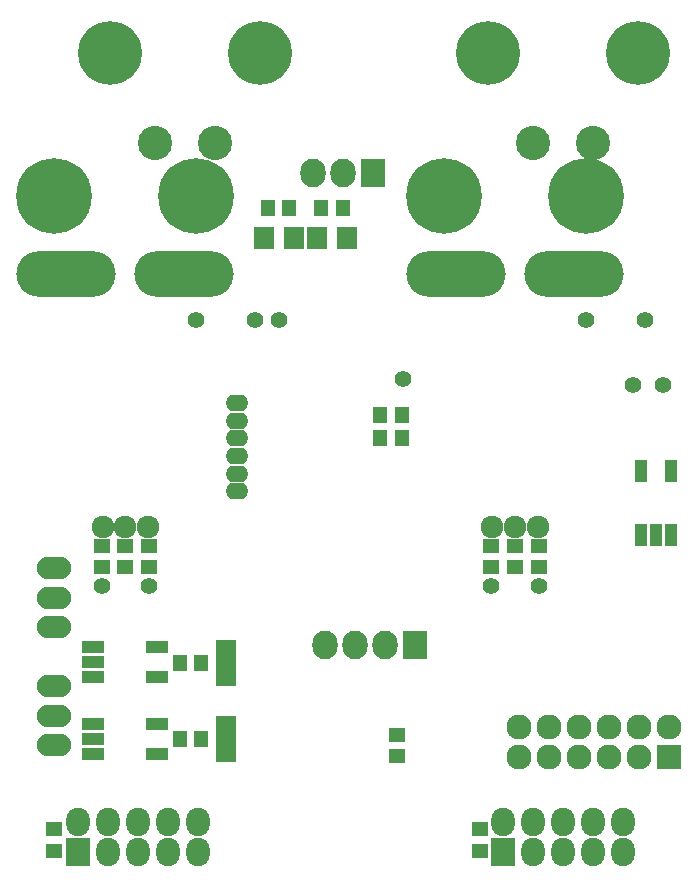
<source format=gbr>
G04 #@! TF.FileFunction,Soldermask,Bot*
%FSLAX46Y46*%
G04 Gerber Fmt 4.6, Leading zero omitted, Abs format (unit mm)*
G04 Created by KiCad (PCBNEW 4.0.6) date 03/21/17 17:19:15*
%MOMM*%
%LPD*%
G01*
G04 APERTURE LIST*
%ADD10C,0.100000*%
%ADD11R,1.950000X1.000000*%
%ADD12C,1.924000*%
%ADD13O,8.400000X3.900000*%
%ADD14C,2.900000*%
%ADD15C,5.400000*%
%ADD16R,1.400000X1.200000*%
%ADD17R,2.127200X2.432000*%
%ADD18O,2.127200X2.432000*%
%ADD19R,2.127200X2.127200*%
%ADD20O,2.127200X2.127200*%
%ADD21R,1.200000X1.400000*%
%ADD22O,1.924000X1.400000*%
%ADD23R,1.700000X1.900000*%
%ADD24C,1.400000*%
%ADD25R,1.000000X1.950000*%
%ADD26C,6.400000*%
%ADD27R,2.000000X2.400000*%
%ADD28O,2.000000X2.400000*%
%ADD29O,2.900000X1.900000*%
%ADD30R,1.670000X1.365200*%
G04 APERTURE END LIST*
D10*
D11*
X25700000Y-54695000D03*
X25700000Y-57235000D03*
X20300000Y-57235000D03*
X20300000Y-55965000D03*
X20300000Y-54695000D03*
D12*
X24910000Y-44500000D03*
X23000000Y-44500000D03*
X21090000Y-44500000D03*
D13*
X18000000Y-23100000D03*
X28000000Y-23100000D03*
D14*
X57500000Y-12000000D03*
X62580000Y-12000000D03*
D15*
X53690000Y-4380000D03*
X66390000Y-4380000D03*
D14*
X25500000Y-12000000D03*
X30580000Y-12000000D03*
D15*
X21690000Y-4380000D03*
X34390000Y-4380000D03*
D12*
X57910000Y-44500000D03*
X56000000Y-44500000D03*
X54090000Y-44500000D03*
D13*
X51000000Y-23100000D03*
X61000000Y-23100000D03*
D16*
X53000000Y-70100000D03*
X53000000Y-71900000D03*
X25000000Y-46100000D03*
X25000000Y-47900000D03*
X46000000Y-62100000D03*
X46000000Y-63900000D03*
X58000000Y-46100000D03*
X58000000Y-47900000D03*
X17000000Y-70100000D03*
X17000000Y-71900000D03*
X23000000Y-47900000D03*
X23000000Y-46100000D03*
X56000000Y-47900000D03*
X56000000Y-46100000D03*
D17*
X47500000Y-54500000D03*
D18*
X44960000Y-54500000D03*
X42420000Y-54500000D03*
X39880000Y-54500000D03*
D16*
X21000000Y-46100000D03*
X21000000Y-47900000D03*
X54000000Y-46100000D03*
X54000000Y-47900000D03*
D19*
X69000000Y-64000000D03*
D20*
X69000000Y-61460000D03*
X66460000Y-64000000D03*
X66460000Y-61460000D03*
X63920000Y-64000000D03*
X63920000Y-61460000D03*
X61380000Y-64000000D03*
X61380000Y-61460000D03*
X58840000Y-64000000D03*
X58840000Y-61460000D03*
X56300000Y-64000000D03*
X56300000Y-61460000D03*
D21*
X39600000Y-17500000D03*
X41400000Y-17500000D03*
D22*
X32500000Y-41500000D03*
X32500000Y-40000000D03*
X32500000Y-38500000D03*
X32500000Y-37000000D03*
X32500000Y-35500000D03*
X32500000Y-34000000D03*
D23*
X34750000Y-20000000D03*
X37250000Y-20000000D03*
X39250000Y-20000000D03*
X41750000Y-20000000D03*
D21*
X44600000Y-37000000D03*
X46400000Y-37000000D03*
X35100000Y-17500000D03*
X36900000Y-17500000D03*
D17*
X44000000Y-14500000D03*
D18*
X41460000Y-14500000D03*
X38920000Y-14500000D03*
D24*
X58000000Y-49500000D03*
X25000000Y-49500000D03*
X54000000Y-49500000D03*
X21000000Y-49500000D03*
X29000000Y-27000000D03*
X34000000Y-27000000D03*
X46500000Y-32000000D03*
X67000000Y-27000000D03*
X36000000Y-27000000D03*
X68500000Y-32500000D03*
X66000000Y-32500000D03*
X62000000Y-27000000D03*
D25*
X66695000Y-39800000D03*
X69235000Y-39800000D03*
X69235000Y-45200000D03*
X67965000Y-45200000D03*
X66695000Y-45200000D03*
D26*
X29000000Y-16500000D03*
X17000000Y-16500000D03*
X50000000Y-16500000D03*
X62000000Y-16500000D03*
D21*
X44600000Y-35000000D03*
X46400000Y-35000000D03*
D27*
X19000000Y-72000000D03*
D28*
X19000000Y-69460000D03*
X21540000Y-72000000D03*
X21540000Y-69460000D03*
X24080000Y-72000000D03*
X24080000Y-69460000D03*
X26620000Y-72000000D03*
X26620000Y-69460000D03*
X29160000Y-72000000D03*
X29160000Y-69460000D03*
D27*
X55000000Y-72000000D03*
D28*
X55000000Y-69460000D03*
X57540000Y-72000000D03*
X57540000Y-69460000D03*
X60080000Y-72000000D03*
X60080000Y-69460000D03*
X62620000Y-72000000D03*
X62620000Y-69460000D03*
X65160000Y-72000000D03*
X65160000Y-69460000D03*
D29*
X17000000Y-63000000D03*
X17000000Y-60500000D03*
X17000000Y-58000000D03*
X17000000Y-53000000D03*
X17000000Y-50500000D03*
X17000000Y-48000000D03*
D11*
X25700000Y-61195000D03*
X25700000Y-63735000D03*
X20300000Y-63735000D03*
X20300000Y-62465000D03*
X20300000Y-61195000D03*
D21*
X27600000Y-62500000D03*
X29400000Y-62500000D03*
X27600000Y-56000000D03*
X29400000Y-56000000D03*
D30*
X31500000Y-54730000D03*
X31500000Y-56000000D03*
X31500000Y-57270000D03*
X31500000Y-61230000D03*
X31500000Y-62500000D03*
X31500000Y-63770000D03*
M02*

</source>
